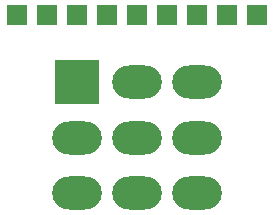
<source format=gbr>
G04 #@! TF.GenerationSoftware,KiCad,Pcbnew,(5.1.5-0-10_14)*
G04 #@! TF.CreationDate,2020-11-20T21:37:45+01:00*
G04 #@! TF.ProjectId,3pdt-breakout,33706474-2d62-4726-9561-6b6f75742e6b,rev?*
G04 #@! TF.SameCoordinates,Original*
G04 #@! TF.FileFunction,Copper,L2,Bot*
G04 #@! TF.FilePolarity,Positive*
%FSLAX46Y46*%
G04 Gerber Fmt 4.6, Leading zero omitted, Abs format (unit mm)*
G04 Created by KiCad (PCBNEW (5.1.5-0-10_14)) date 2020-11-20 21:37:45*
%MOMM*%
%LPD*%
G04 APERTURE LIST*
%ADD10O,4.200000X2.800000*%
%ADD11R,3.816000X3.816000*%
%ADD12R,1.700000X1.700000*%
G04 APERTURE END LIST*
D10*
X235585000Y-68835000D03*
X235585000Y-64135000D03*
X235585000Y-59435000D03*
X230505000Y-68835000D03*
X230505000Y-64135000D03*
X230505000Y-59435000D03*
X225425000Y-68835000D03*
X225425000Y-64135000D03*
D11*
X225425000Y-59435000D03*
D12*
X222885000Y-53721000D03*
X230505000Y-53721000D03*
X238125000Y-53721000D03*
X220345000Y-53721000D03*
X225425000Y-53721000D03*
X227965000Y-53721000D03*
X233045000Y-53721000D03*
X235585000Y-53721000D03*
X240665000Y-53721000D03*
M02*

</source>
